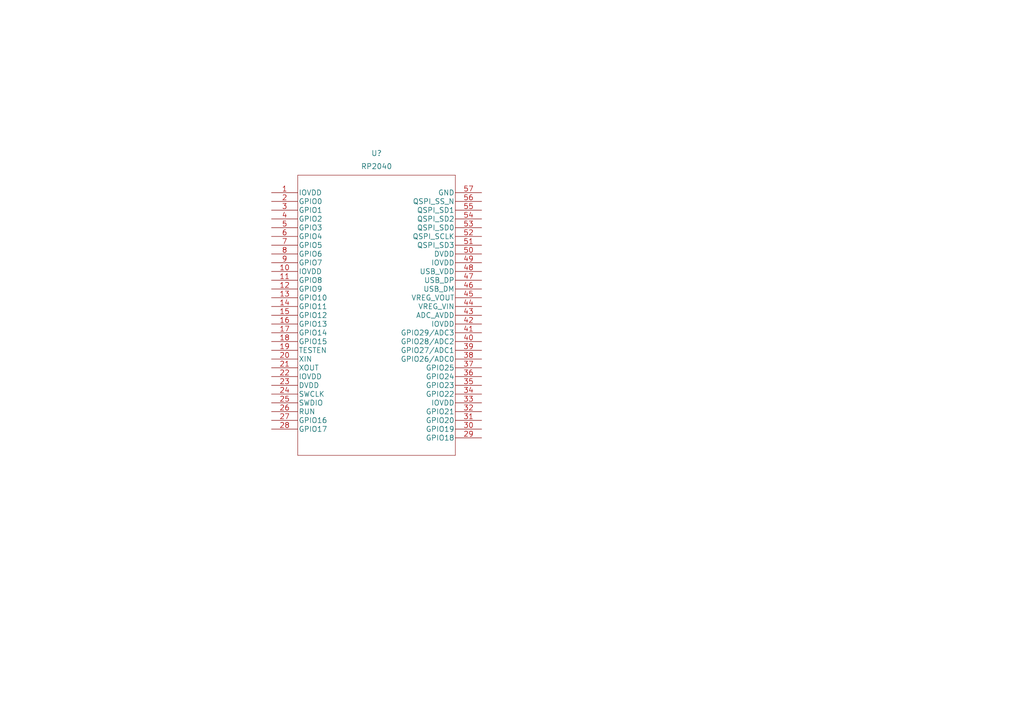
<source format=kicad_sch>
(kicad_sch (version 20211123) (generator eeschema)
  (paper "A4")
  (lib_symbols
    (symbol "2022-02-28_05-58-24:RP2040" (pin_names (offset 0.254))
      (property "Reference" "U" (at 30.48 10.16 0))
      (property "Value" "RP2040" (at 30.48 7.62 0))
      (symbol "RP2040_1_1"
        (polyline (pts (xy 7.62 -76.2) (xy 53.34 -76.2)) (stroke (width 0.127)))
        (polyline (pts (xy 7.62 5.08) (xy 7.62 -76.2)) (stroke (width 0.127)))
        (polyline (pts (xy 53.34 -76.2) (xy 53.34 5.08)) (stroke (width 0.127)))
        (polyline (pts (xy 53.34 5.08) (xy 7.62 5.08)) (stroke (width 0.127)))
        (pin power_in line (at 0 0 0) (length 7.62) (name "IOVDD") (number "1"))
        (pin power_in line (at 0 -22.86 0) (length 7.62) (name "IOVDD") (number "10"))
        (pin bidirectional line (at 0 -25.4 0) (length 7.62) (name "GPIO8") (number "11"))
        (pin bidirectional line (at 0 -27.94 0) (length 7.62) (name "GPIO9") (number "12"))
        (pin bidirectional line (at 0 -30.48 0) (length 7.62) (name "GPIO10") (number "13"))
        (pin bidirectional line (at 0 -33.02 0) (length 7.62) (name "GPIO11") (number "14"))
        (pin bidirectional line (at 0 -35.56 0) (length 7.62) (name "GPIO12") (number "15"))
        (pin bidirectional line (at 0 -38.1 0) (length 7.62) (name "GPIO13") (number "16"))
        (pin bidirectional line (at 0 -40.64 0) (length 7.62) (name "GPIO14") (number "17"))
        (pin bidirectional line (at 0 -43.18 0) (length 7.62) (name "GPIO15") (number "18"))
        (pin unspecified line (at 0 -45.72 0) (length 7.62) (name "TESTEN") (number "19"))
        (pin bidirectional line (at 0 -2.54 0) (length 7.62) (name "GPIO0") (number "2"))
        (pin unspecified line (at 0 -48.26 0) (length 7.62) (name "XIN") (number "20"))
        (pin output line (at 0 -50.8 0) (length 7.62) (name "XOUT") (number "21"))
        (pin power_in line (at 0 -53.34 0) (length 7.62) (name "IOVDD") (number "22"))
        (pin power_in line (at 0 -55.88 0) (length 7.62) (name "DVDD") (number "23"))
        (pin unspecified line (at 0 -58.42 0) (length 7.62) (name "SWCLK") (number "24"))
        (pin unspecified line (at 0 -60.96 0) (length 7.62) (name "SWDIO") (number "25"))
        (pin unspecified line (at 0 -63.5 0) (length 7.62) (name "RUN") (number "26"))
        (pin bidirectional line (at 0 -66.04 0) (length 7.62) (name "GPIO16") (number "27"))
        (pin bidirectional line (at 0 -68.58 0) (length 7.62) (name "GPIO17") (number "28"))
        (pin bidirectional line (at 60.96 -71.12 180) (length 7.62) (name "GPIO18") (number "29"))
        (pin bidirectional line (at 0 -5.08 0) (length 7.62) (name "GPIO1") (number "3"))
        (pin bidirectional line (at 60.96 -68.58 180) (length 7.62) (name "GPIO19") (number "30"))
        (pin bidirectional line (at 60.96 -66.04 180) (length 7.62) (name "GPIO20") (number "31"))
        (pin bidirectional line (at 60.96 -63.5 180) (length 7.62) (name "GPIO21") (number "32"))
        (pin power_in line (at 60.96 -60.96 180) (length 7.62) (name "IOVDD") (number "33"))
        (pin bidirectional line (at 60.96 -58.42 180) (length 7.62) (name "GPIO22") (number "34"))
        (pin bidirectional line (at 60.96 -55.88 180) (length 7.62) (name "GPIO23") (number "35"))
        (pin bidirectional line (at 60.96 -53.34 180) (length 7.62) (name "GPIO24") (number "36"))
        (pin bidirectional line (at 60.96 -50.8 180) (length 7.62) (name "GPIO25") (number "37"))
        (pin bidirectional line (at 60.96 -48.26 180) (length 7.62) (name "GPIO26/ADC0") (number "38"))
        (pin bidirectional line (at 60.96 -45.72 180) (length 7.62) (name "GPIO27/ADC1") (number "39"))
        (pin bidirectional line (at 0 -7.62 0) (length 7.62) (name "GPIO2") (number "4"))
        (pin bidirectional line (at 60.96 -43.18 180) (length 7.62) (name "GPIO28/ADC2") (number "40"))
        (pin bidirectional line (at 60.96 -40.64 180) (length 7.62) (name "GPIO29/ADC3") (number "41"))
        (pin power_in line (at 60.96 -38.1 180) (length 7.62) (name "IOVDD") (number "42"))
        (pin power_in line (at 60.96 -35.56 180) (length 7.62) (name "ADC_AVDD") (number "43"))
        (pin unspecified line (at 60.96 -33.02 180) (length 7.62) (name "VREG_VIN") (number "44"))
        (pin output line (at 60.96 -30.48 180) (length 7.62) (name "VREG_VOUT") (number "45"))
        (pin unspecified line (at 60.96 -27.94 180) (length 7.62) (name "USB_DM") (number "46"))
        (pin unspecified line (at 60.96 -25.4 180) (length 7.62) (name "USB_DP") (number "47"))
        (pin power_in line (at 60.96 -22.86 180) (length 7.62) (name "USB_VDD") (number "48"))
        (pin power_in line (at 60.96 -20.32 180) (length 7.62) (name "IOVDD") (number "49"))
        (pin bidirectional line (at 0 -10.16 0) (length 7.62) (name "GPIO3") (number "5"))
        (pin power_in line (at 60.96 -17.78 180) (length 7.62) (name "DVDD") (number "50"))
        (pin bidirectional line (at 60.96 -15.24 180) (length 7.62) (name "QSPI_SD3") (number "51"))
        (pin unspecified line (at 60.96 -12.7 180) (length 7.62) (name "QSPI_SCLK") (number "52"))
        (pin bidirectional line (at 60.96 -10.16 180) (length 7.62) (name "QSPI_SD0") (number "53"))
        (pin bidirectional line (at 60.96 -7.62 180) (length 7.62) (name "QSPI_SD2") (number "54"))
        (pin bidirectional line (at 60.96 -5.08 180) (length 7.62) (name "QSPI_SD1") (number "55"))
        (pin unspecified line (at 60.96 -2.54 180) (length 7.62) (name "QSPI_SS_N") (number "56"))
        (pin power_in line (at 60.96 0 180) (length 7.62) (name "GND") (number "57"))
        (pin bidirectional line (at 0 -12.7 0) (length 7.62) (name "GPIO4") (number "6"))
        (pin bidirectional line (at 0 -15.24 0) (length 7.62) (name "GPIO5") (number "7"))
        (pin bidirectional line (at 0 -17.78 0) (length 7.62) (name "GPIO6") (number "8"))
        (pin bidirectional line (at 0 -20.32 0) (length 7.62) (name "GPIO7") (number "9"))
      )
    )
  )
  (symbol (lib_id "2022-02-28_05-58-24:RP2040") (at 78.74 55.88 0) (unit 1)
    (property "Reference" "U?" (at 109.22 44.45 0) (effects (font (size 1.524 1.524))))
    (property "Value" "RP2040" (at 109.22 48.26 0) (effects (font (size 1.524 1.524))))
    (property "Footprint" "IC57_RP2040" (effects hide))
  )
)
</source>
